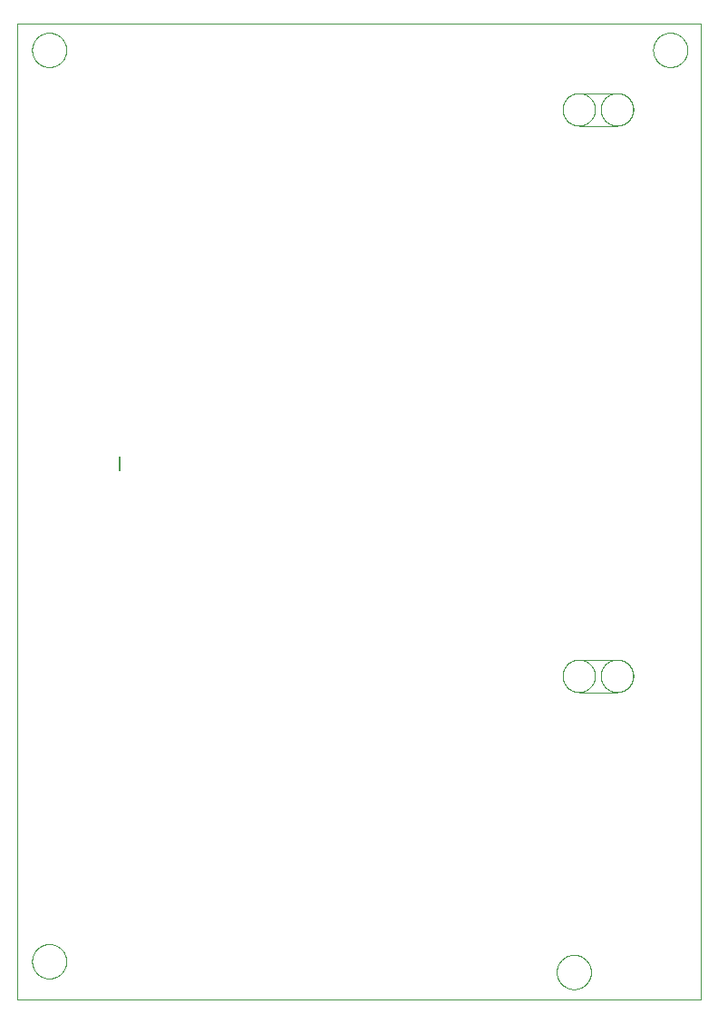
<source format=gbo>
G75*
%MOIN*%
%OFA0B0*%
%FSLAX25Y25*%
%IPPOS*%
%LPD*%
%AMOC8*
5,1,8,0,0,1.08239X$1,22.5*
%
%ADD10C,0.00000*%
%ADD11C,0.00009*%
%ADD12C,0.00800*%
D10*
X0001984Y0003677D02*
X0001984Y0361945D01*
X0253402Y0361945D01*
X0253402Y0003677D01*
X0001984Y0003677D01*
X0007496Y0017732D02*
X0007498Y0017890D01*
X0007504Y0018048D01*
X0007514Y0018206D01*
X0007528Y0018364D01*
X0007546Y0018521D01*
X0007567Y0018678D01*
X0007593Y0018834D01*
X0007623Y0018990D01*
X0007656Y0019145D01*
X0007694Y0019298D01*
X0007735Y0019451D01*
X0007780Y0019603D01*
X0007829Y0019754D01*
X0007882Y0019903D01*
X0007938Y0020051D01*
X0007998Y0020197D01*
X0008062Y0020342D01*
X0008130Y0020485D01*
X0008201Y0020627D01*
X0008275Y0020767D01*
X0008353Y0020904D01*
X0008435Y0021040D01*
X0008519Y0021174D01*
X0008608Y0021305D01*
X0008699Y0021434D01*
X0008794Y0021561D01*
X0008891Y0021686D01*
X0008992Y0021808D01*
X0009096Y0021927D01*
X0009203Y0022044D01*
X0009313Y0022158D01*
X0009426Y0022269D01*
X0009541Y0022378D01*
X0009659Y0022483D01*
X0009780Y0022585D01*
X0009903Y0022685D01*
X0010029Y0022781D01*
X0010157Y0022874D01*
X0010287Y0022964D01*
X0010420Y0023050D01*
X0010555Y0023134D01*
X0010691Y0023213D01*
X0010830Y0023290D01*
X0010971Y0023362D01*
X0011113Y0023432D01*
X0011257Y0023497D01*
X0011403Y0023559D01*
X0011550Y0023617D01*
X0011699Y0023672D01*
X0011849Y0023723D01*
X0012000Y0023770D01*
X0012152Y0023813D01*
X0012305Y0023852D01*
X0012460Y0023888D01*
X0012615Y0023919D01*
X0012771Y0023947D01*
X0012927Y0023971D01*
X0013084Y0023991D01*
X0013242Y0024007D01*
X0013399Y0024019D01*
X0013558Y0024027D01*
X0013716Y0024031D01*
X0013874Y0024031D01*
X0014032Y0024027D01*
X0014191Y0024019D01*
X0014348Y0024007D01*
X0014506Y0023991D01*
X0014663Y0023971D01*
X0014819Y0023947D01*
X0014975Y0023919D01*
X0015130Y0023888D01*
X0015285Y0023852D01*
X0015438Y0023813D01*
X0015590Y0023770D01*
X0015741Y0023723D01*
X0015891Y0023672D01*
X0016040Y0023617D01*
X0016187Y0023559D01*
X0016333Y0023497D01*
X0016477Y0023432D01*
X0016619Y0023362D01*
X0016760Y0023290D01*
X0016899Y0023213D01*
X0017035Y0023134D01*
X0017170Y0023050D01*
X0017303Y0022964D01*
X0017433Y0022874D01*
X0017561Y0022781D01*
X0017687Y0022685D01*
X0017810Y0022585D01*
X0017931Y0022483D01*
X0018049Y0022378D01*
X0018164Y0022269D01*
X0018277Y0022158D01*
X0018387Y0022044D01*
X0018494Y0021927D01*
X0018598Y0021808D01*
X0018699Y0021686D01*
X0018796Y0021561D01*
X0018891Y0021434D01*
X0018982Y0021305D01*
X0019071Y0021174D01*
X0019155Y0021040D01*
X0019237Y0020904D01*
X0019315Y0020767D01*
X0019389Y0020627D01*
X0019460Y0020485D01*
X0019528Y0020342D01*
X0019592Y0020197D01*
X0019652Y0020051D01*
X0019708Y0019903D01*
X0019761Y0019754D01*
X0019810Y0019603D01*
X0019855Y0019451D01*
X0019896Y0019298D01*
X0019934Y0019145D01*
X0019967Y0018990D01*
X0019997Y0018834D01*
X0020023Y0018678D01*
X0020044Y0018521D01*
X0020062Y0018364D01*
X0020076Y0018206D01*
X0020086Y0018048D01*
X0020092Y0017890D01*
X0020094Y0017732D01*
X0020092Y0017574D01*
X0020086Y0017416D01*
X0020076Y0017258D01*
X0020062Y0017100D01*
X0020044Y0016943D01*
X0020023Y0016786D01*
X0019997Y0016630D01*
X0019967Y0016474D01*
X0019934Y0016319D01*
X0019896Y0016166D01*
X0019855Y0016013D01*
X0019810Y0015861D01*
X0019761Y0015710D01*
X0019708Y0015561D01*
X0019652Y0015413D01*
X0019592Y0015267D01*
X0019528Y0015122D01*
X0019460Y0014979D01*
X0019389Y0014837D01*
X0019315Y0014697D01*
X0019237Y0014560D01*
X0019155Y0014424D01*
X0019071Y0014290D01*
X0018982Y0014159D01*
X0018891Y0014030D01*
X0018796Y0013903D01*
X0018699Y0013778D01*
X0018598Y0013656D01*
X0018494Y0013537D01*
X0018387Y0013420D01*
X0018277Y0013306D01*
X0018164Y0013195D01*
X0018049Y0013086D01*
X0017931Y0012981D01*
X0017810Y0012879D01*
X0017687Y0012779D01*
X0017561Y0012683D01*
X0017433Y0012590D01*
X0017303Y0012500D01*
X0017170Y0012414D01*
X0017035Y0012330D01*
X0016899Y0012251D01*
X0016760Y0012174D01*
X0016619Y0012102D01*
X0016477Y0012032D01*
X0016333Y0011967D01*
X0016187Y0011905D01*
X0016040Y0011847D01*
X0015891Y0011792D01*
X0015741Y0011741D01*
X0015590Y0011694D01*
X0015438Y0011651D01*
X0015285Y0011612D01*
X0015130Y0011576D01*
X0014975Y0011545D01*
X0014819Y0011517D01*
X0014663Y0011493D01*
X0014506Y0011473D01*
X0014348Y0011457D01*
X0014191Y0011445D01*
X0014032Y0011437D01*
X0013874Y0011433D01*
X0013716Y0011433D01*
X0013558Y0011437D01*
X0013399Y0011445D01*
X0013242Y0011457D01*
X0013084Y0011473D01*
X0012927Y0011493D01*
X0012771Y0011517D01*
X0012615Y0011545D01*
X0012460Y0011576D01*
X0012305Y0011612D01*
X0012152Y0011651D01*
X0012000Y0011694D01*
X0011849Y0011741D01*
X0011699Y0011792D01*
X0011550Y0011847D01*
X0011403Y0011905D01*
X0011257Y0011967D01*
X0011113Y0012032D01*
X0010971Y0012102D01*
X0010830Y0012174D01*
X0010691Y0012251D01*
X0010555Y0012330D01*
X0010420Y0012414D01*
X0010287Y0012500D01*
X0010157Y0012590D01*
X0010029Y0012683D01*
X0009903Y0012779D01*
X0009780Y0012879D01*
X0009659Y0012981D01*
X0009541Y0013086D01*
X0009426Y0013195D01*
X0009313Y0013306D01*
X0009203Y0013420D01*
X0009096Y0013537D01*
X0008992Y0013656D01*
X0008891Y0013778D01*
X0008794Y0013903D01*
X0008699Y0014030D01*
X0008608Y0014159D01*
X0008519Y0014290D01*
X0008435Y0014424D01*
X0008353Y0014560D01*
X0008275Y0014697D01*
X0008201Y0014837D01*
X0008130Y0014979D01*
X0008062Y0015122D01*
X0007998Y0015267D01*
X0007938Y0015413D01*
X0007882Y0015561D01*
X0007829Y0015710D01*
X0007780Y0015861D01*
X0007735Y0016013D01*
X0007694Y0016166D01*
X0007656Y0016319D01*
X0007623Y0016474D01*
X0007593Y0016630D01*
X0007567Y0016786D01*
X0007546Y0016943D01*
X0007528Y0017100D01*
X0007514Y0017258D01*
X0007504Y0017416D01*
X0007498Y0017574D01*
X0007496Y0017732D01*
X0200410Y0013795D02*
X0200412Y0013953D01*
X0200418Y0014111D01*
X0200428Y0014269D01*
X0200442Y0014427D01*
X0200460Y0014584D01*
X0200481Y0014741D01*
X0200507Y0014897D01*
X0200537Y0015053D01*
X0200570Y0015208D01*
X0200608Y0015361D01*
X0200649Y0015514D01*
X0200694Y0015666D01*
X0200743Y0015817D01*
X0200796Y0015966D01*
X0200852Y0016114D01*
X0200912Y0016260D01*
X0200976Y0016405D01*
X0201044Y0016548D01*
X0201115Y0016690D01*
X0201189Y0016830D01*
X0201267Y0016967D01*
X0201349Y0017103D01*
X0201433Y0017237D01*
X0201522Y0017368D01*
X0201613Y0017497D01*
X0201708Y0017624D01*
X0201805Y0017749D01*
X0201906Y0017871D01*
X0202010Y0017990D01*
X0202117Y0018107D01*
X0202227Y0018221D01*
X0202340Y0018332D01*
X0202455Y0018441D01*
X0202573Y0018546D01*
X0202694Y0018648D01*
X0202817Y0018748D01*
X0202943Y0018844D01*
X0203071Y0018937D01*
X0203201Y0019027D01*
X0203334Y0019113D01*
X0203469Y0019197D01*
X0203605Y0019276D01*
X0203744Y0019353D01*
X0203885Y0019425D01*
X0204027Y0019495D01*
X0204171Y0019560D01*
X0204317Y0019622D01*
X0204464Y0019680D01*
X0204613Y0019735D01*
X0204763Y0019786D01*
X0204914Y0019833D01*
X0205066Y0019876D01*
X0205219Y0019915D01*
X0205374Y0019951D01*
X0205529Y0019982D01*
X0205685Y0020010D01*
X0205841Y0020034D01*
X0205998Y0020054D01*
X0206156Y0020070D01*
X0206313Y0020082D01*
X0206472Y0020090D01*
X0206630Y0020094D01*
X0206788Y0020094D01*
X0206946Y0020090D01*
X0207105Y0020082D01*
X0207262Y0020070D01*
X0207420Y0020054D01*
X0207577Y0020034D01*
X0207733Y0020010D01*
X0207889Y0019982D01*
X0208044Y0019951D01*
X0208199Y0019915D01*
X0208352Y0019876D01*
X0208504Y0019833D01*
X0208655Y0019786D01*
X0208805Y0019735D01*
X0208954Y0019680D01*
X0209101Y0019622D01*
X0209247Y0019560D01*
X0209391Y0019495D01*
X0209533Y0019425D01*
X0209674Y0019353D01*
X0209813Y0019276D01*
X0209949Y0019197D01*
X0210084Y0019113D01*
X0210217Y0019027D01*
X0210347Y0018937D01*
X0210475Y0018844D01*
X0210601Y0018748D01*
X0210724Y0018648D01*
X0210845Y0018546D01*
X0210963Y0018441D01*
X0211078Y0018332D01*
X0211191Y0018221D01*
X0211301Y0018107D01*
X0211408Y0017990D01*
X0211512Y0017871D01*
X0211613Y0017749D01*
X0211710Y0017624D01*
X0211805Y0017497D01*
X0211896Y0017368D01*
X0211985Y0017237D01*
X0212069Y0017103D01*
X0212151Y0016967D01*
X0212229Y0016830D01*
X0212303Y0016690D01*
X0212374Y0016548D01*
X0212442Y0016405D01*
X0212506Y0016260D01*
X0212566Y0016114D01*
X0212622Y0015966D01*
X0212675Y0015817D01*
X0212724Y0015666D01*
X0212769Y0015514D01*
X0212810Y0015361D01*
X0212848Y0015208D01*
X0212881Y0015053D01*
X0212911Y0014897D01*
X0212937Y0014741D01*
X0212958Y0014584D01*
X0212976Y0014427D01*
X0212990Y0014269D01*
X0213000Y0014111D01*
X0213006Y0013953D01*
X0213008Y0013795D01*
X0213006Y0013637D01*
X0213000Y0013479D01*
X0212990Y0013321D01*
X0212976Y0013163D01*
X0212958Y0013006D01*
X0212937Y0012849D01*
X0212911Y0012693D01*
X0212881Y0012537D01*
X0212848Y0012382D01*
X0212810Y0012229D01*
X0212769Y0012076D01*
X0212724Y0011924D01*
X0212675Y0011773D01*
X0212622Y0011624D01*
X0212566Y0011476D01*
X0212506Y0011330D01*
X0212442Y0011185D01*
X0212374Y0011042D01*
X0212303Y0010900D01*
X0212229Y0010760D01*
X0212151Y0010623D01*
X0212069Y0010487D01*
X0211985Y0010353D01*
X0211896Y0010222D01*
X0211805Y0010093D01*
X0211710Y0009966D01*
X0211613Y0009841D01*
X0211512Y0009719D01*
X0211408Y0009600D01*
X0211301Y0009483D01*
X0211191Y0009369D01*
X0211078Y0009258D01*
X0210963Y0009149D01*
X0210845Y0009044D01*
X0210724Y0008942D01*
X0210601Y0008842D01*
X0210475Y0008746D01*
X0210347Y0008653D01*
X0210217Y0008563D01*
X0210084Y0008477D01*
X0209949Y0008393D01*
X0209813Y0008314D01*
X0209674Y0008237D01*
X0209533Y0008165D01*
X0209391Y0008095D01*
X0209247Y0008030D01*
X0209101Y0007968D01*
X0208954Y0007910D01*
X0208805Y0007855D01*
X0208655Y0007804D01*
X0208504Y0007757D01*
X0208352Y0007714D01*
X0208199Y0007675D01*
X0208044Y0007639D01*
X0207889Y0007608D01*
X0207733Y0007580D01*
X0207577Y0007556D01*
X0207420Y0007536D01*
X0207262Y0007520D01*
X0207105Y0007508D01*
X0206946Y0007500D01*
X0206788Y0007496D01*
X0206630Y0007496D01*
X0206472Y0007500D01*
X0206313Y0007508D01*
X0206156Y0007520D01*
X0205998Y0007536D01*
X0205841Y0007556D01*
X0205685Y0007580D01*
X0205529Y0007608D01*
X0205374Y0007639D01*
X0205219Y0007675D01*
X0205066Y0007714D01*
X0204914Y0007757D01*
X0204763Y0007804D01*
X0204613Y0007855D01*
X0204464Y0007910D01*
X0204317Y0007968D01*
X0204171Y0008030D01*
X0204027Y0008095D01*
X0203885Y0008165D01*
X0203744Y0008237D01*
X0203605Y0008314D01*
X0203469Y0008393D01*
X0203334Y0008477D01*
X0203201Y0008563D01*
X0203071Y0008653D01*
X0202943Y0008746D01*
X0202817Y0008842D01*
X0202694Y0008942D01*
X0202573Y0009044D01*
X0202455Y0009149D01*
X0202340Y0009258D01*
X0202227Y0009369D01*
X0202117Y0009483D01*
X0202010Y0009600D01*
X0201906Y0009719D01*
X0201805Y0009841D01*
X0201708Y0009966D01*
X0201613Y0010093D01*
X0201522Y0010222D01*
X0201433Y0010353D01*
X0201349Y0010487D01*
X0201267Y0010623D01*
X0201189Y0010760D01*
X0201115Y0010900D01*
X0201044Y0011042D01*
X0200976Y0011185D01*
X0200912Y0011330D01*
X0200852Y0011476D01*
X0200796Y0011624D01*
X0200743Y0011773D01*
X0200694Y0011924D01*
X0200649Y0012076D01*
X0200608Y0012229D01*
X0200570Y0012382D01*
X0200537Y0012537D01*
X0200507Y0012693D01*
X0200481Y0012849D01*
X0200460Y0013006D01*
X0200442Y0013163D01*
X0200428Y0013321D01*
X0200418Y0013479D01*
X0200412Y0013637D01*
X0200410Y0013795D01*
X0202593Y0122551D02*
X0202595Y0122705D01*
X0202601Y0122859D01*
X0202611Y0123012D01*
X0202625Y0123165D01*
X0202643Y0123318D01*
X0202664Y0123470D01*
X0202690Y0123622D01*
X0202720Y0123773D01*
X0202753Y0123923D01*
X0202791Y0124072D01*
X0202832Y0124221D01*
X0202877Y0124368D01*
X0202926Y0124514D01*
X0202979Y0124658D01*
X0203035Y0124801D01*
X0203095Y0124943D01*
X0203159Y0125083D01*
X0203226Y0125221D01*
X0203297Y0125358D01*
X0203371Y0125493D01*
X0203449Y0125625D01*
X0203530Y0125756D01*
X0203615Y0125885D01*
X0203702Y0126011D01*
X0203793Y0126135D01*
X0203888Y0126256D01*
X0203985Y0126376D01*
X0204085Y0126492D01*
X0204189Y0126606D01*
X0204295Y0126717D01*
X0204404Y0126826D01*
X0204516Y0126931D01*
X0204631Y0127034D01*
X0204748Y0127134D01*
X0204868Y0127230D01*
X0204990Y0127324D01*
X0205114Y0127414D01*
X0205241Y0127501D01*
X0205370Y0127585D01*
X0205502Y0127665D01*
X0205635Y0127742D01*
X0205770Y0127815D01*
X0205907Y0127885D01*
X0206046Y0127952D01*
X0206186Y0128014D01*
X0206328Y0128073D01*
X0206472Y0128129D01*
X0206617Y0128181D01*
X0206763Y0128228D01*
X0206910Y0128273D01*
X0207059Y0128313D01*
X0207208Y0128349D01*
X0207359Y0128382D01*
X0207510Y0128411D01*
X0207662Y0128435D01*
X0207814Y0128456D01*
X0207967Y0128473D01*
X0208120Y0128486D01*
X0208274Y0128495D01*
X0208428Y0128500D01*
X0208581Y0128501D01*
X0208735Y0128498D01*
X0208889Y0128491D01*
X0209042Y0128480D01*
X0209196Y0128465D01*
X0209348Y0128446D01*
X0209500Y0128423D01*
X0209652Y0128397D01*
X0209803Y0128366D01*
X0209953Y0128332D01*
X0210102Y0128293D01*
X0210249Y0128251D01*
X0210396Y0128205D01*
X0210542Y0128155D01*
X0210686Y0128102D01*
X0210829Y0128044D01*
X0210970Y0127983D01*
X0211110Y0127919D01*
X0211248Y0127851D01*
X0211384Y0127779D01*
X0211518Y0127704D01*
X0211650Y0127625D01*
X0211780Y0127543D01*
X0211908Y0127458D01*
X0212034Y0127369D01*
X0212157Y0127277D01*
X0212278Y0127182D01*
X0212397Y0127084D01*
X0212513Y0126983D01*
X0212626Y0126879D01*
X0212737Y0126772D01*
X0212844Y0126662D01*
X0212949Y0126549D01*
X0213051Y0126434D01*
X0213150Y0126316D01*
X0213246Y0126196D01*
X0213339Y0126073D01*
X0213428Y0125948D01*
X0213514Y0125821D01*
X0213597Y0125691D01*
X0213677Y0125559D01*
X0213753Y0125426D01*
X0213825Y0125290D01*
X0213894Y0125152D01*
X0213960Y0125013D01*
X0214022Y0124872D01*
X0214080Y0124730D01*
X0214134Y0124586D01*
X0214185Y0124441D01*
X0214232Y0124294D01*
X0214275Y0124147D01*
X0214314Y0123998D01*
X0214350Y0123848D01*
X0214381Y0123698D01*
X0214409Y0123546D01*
X0214433Y0123394D01*
X0214453Y0123242D01*
X0214469Y0123089D01*
X0214481Y0122935D01*
X0214489Y0122782D01*
X0214493Y0122628D01*
X0214493Y0122474D01*
X0214489Y0122320D01*
X0214481Y0122167D01*
X0214469Y0122013D01*
X0214453Y0121860D01*
X0214433Y0121708D01*
X0214409Y0121556D01*
X0214381Y0121404D01*
X0214350Y0121254D01*
X0214314Y0121104D01*
X0214275Y0120955D01*
X0214232Y0120808D01*
X0214185Y0120661D01*
X0214134Y0120516D01*
X0214080Y0120372D01*
X0214022Y0120230D01*
X0213960Y0120089D01*
X0213894Y0119950D01*
X0213825Y0119812D01*
X0213753Y0119676D01*
X0213677Y0119543D01*
X0213597Y0119411D01*
X0213514Y0119281D01*
X0213428Y0119154D01*
X0213339Y0119029D01*
X0213246Y0118906D01*
X0213150Y0118786D01*
X0213051Y0118668D01*
X0212949Y0118553D01*
X0212844Y0118440D01*
X0212737Y0118330D01*
X0212626Y0118223D01*
X0212513Y0118119D01*
X0212397Y0118018D01*
X0212278Y0117920D01*
X0212157Y0117825D01*
X0212034Y0117733D01*
X0211908Y0117644D01*
X0211780Y0117559D01*
X0211650Y0117477D01*
X0211518Y0117398D01*
X0211384Y0117323D01*
X0211248Y0117251D01*
X0211110Y0117183D01*
X0210970Y0117119D01*
X0210829Y0117058D01*
X0210686Y0117000D01*
X0210542Y0116947D01*
X0210396Y0116897D01*
X0210249Y0116851D01*
X0210102Y0116809D01*
X0209953Y0116770D01*
X0209803Y0116736D01*
X0209652Y0116705D01*
X0209500Y0116679D01*
X0209348Y0116656D01*
X0209196Y0116637D01*
X0209042Y0116622D01*
X0208889Y0116611D01*
X0208735Y0116604D01*
X0208581Y0116601D01*
X0208428Y0116602D01*
X0208274Y0116607D01*
X0208120Y0116616D01*
X0207967Y0116629D01*
X0207814Y0116646D01*
X0207662Y0116667D01*
X0207510Y0116691D01*
X0207359Y0116720D01*
X0207208Y0116753D01*
X0207059Y0116789D01*
X0206910Y0116829D01*
X0206763Y0116874D01*
X0206617Y0116921D01*
X0206472Y0116973D01*
X0206328Y0117029D01*
X0206186Y0117088D01*
X0206046Y0117150D01*
X0205907Y0117217D01*
X0205770Y0117287D01*
X0205635Y0117360D01*
X0205502Y0117437D01*
X0205370Y0117517D01*
X0205241Y0117601D01*
X0205114Y0117688D01*
X0204990Y0117778D01*
X0204868Y0117872D01*
X0204748Y0117968D01*
X0204631Y0118068D01*
X0204516Y0118171D01*
X0204404Y0118276D01*
X0204295Y0118385D01*
X0204189Y0118496D01*
X0204085Y0118610D01*
X0203985Y0118726D01*
X0203888Y0118846D01*
X0203793Y0118967D01*
X0203702Y0119091D01*
X0203615Y0119217D01*
X0203530Y0119346D01*
X0203449Y0119477D01*
X0203371Y0119609D01*
X0203297Y0119744D01*
X0203226Y0119881D01*
X0203159Y0120019D01*
X0203095Y0120159D01*
X0203035Y0120301D01*
X0202979Y0120444D01*
X0202926Y0120588D01*
X0202877Y0120734D01*
X0202832Y0120881D01*
X0202791Y0121030D01*
X0202753Y0121179D01*
X0202720Y0121329D01*
X0202690Y0121480D01*
X0202664Y0121632D01*
X0202643Y0121784D01*
X0202625Y0121937D01*
X0202611Y0122090D01*
X0202601Y0122243D01*
X0202595Y0122397D01*
X0202593Y0122551D01*
X0208543Y0128551D02*
X0208390Y0128549D01*
X0208237Y0128543D01*
X0208084Y0128533D01*
X0207931Y0128520D01*
X0207779Y0128502D01*
X0207627Y0128481D01*
X0207476Y0128455D01*
X0207326Y0128426D01*
X0207176Y0128393D01*
X0207027Y0128356D01*
X0206879Y0128316D01*
X0206733Y0128271D01*
X0206587Y0128223D01*
X0206443Y0128171D01*
X0206300Y0128116D01*
X0206159Y0128057D01*
X0206019Y0127994D01*
X0205881Y0127928D01*
X0205744Y0127858D01*
X0205610Y0127785D01*
X0205477Y0127708D01*
X0205346Y0127628D01*
X0205218Y0127545D01*
X0205091Y0127459D01*
X0204967Y0127369D01*
X0204845Y0127276D01*
X0204726Y0127180D01*
X0204609Y0127081D01*
X0204494Y0126979D01*
X0204382Y0126874D01*
X0204273Y0126766D01*
X0204167Y0126656D01*
X0204064Y0126543D01*
X0203963Y0126427D01*
X0203866Y0126309D01*
X0203771Y0126188D01*
X0203680Y0126065D01*
X0203592Y0125940D01*
X0203507Y0125812D01*
X0203425Y0125683D01*
X0203347Y0125551D01*
X0203272Y0125417D01*
X0203200Y0125282D01*
X0203132Y0125144D01*
X0203068Y0125005D01*
X0203007Y0124865D01*
X0202950Y0124723D01*
X0202896Y0124579D01*
X0202846Y0124434D01*
X0202800Y0124288D01*
X0202757Y0124141D01*
X0202719Y0123993D01*
X0202684Y0123843D01*
X0202653Y0123693D01*
X0202625Y0123543D01*
X0202602Y0123391D01*
X0202583Y0123239D01*
X0202567Y0123087D01*
X0202555Y0122934D01*
X0202547Y0122781D01*
X0202543Y0122628D01*
X0202543Y0122474D01*
X0202547Y0122321D01*
X0202555Y0122168D01*
X0202567Y0122015D01*
X0202583Y0121863D01*
X0202602Y0121711D01*
X0202625Y0121559D01*
X0202653Y0121409D01*
X0202684Y0121259D01*
X0202719Y0121109D01*
X0202757Y0120961D01*
X0202800Y0120814D01*
X0202846Y0120668D01*
X0202896Y0120523D01*
X0202950Y0120379D01*
X0203007Y0120237D01*
X0203068Y0120097D01*
X0203132Y0119958D01*
X0203200Y0119820D01*
X0203272Y0119685D01*
X0203347Y0119551D01*
X0203425Y0119419D01*
X0203507Y0119290D01*
X0203592Y0119162D01*
X0203680Y0119037D01*
X0203771Y0118914D01*
X0203866Y0118793D01*
X0203963Y0118675D01*
X0204064Y0118559D01*
X0204167Y0118446D01*
X0204273Y0118336D01*
X0204382Y0118228D01*
X0204494Y0118123D01*
X0204609Y0118021D01*
X0204726Y0117922D01*
X0204845Y0117826D01*
X0204967Y0117733D01*
X0205091Y0117643D01*
X0205218Y0117557D01*
X0205346Y0117474D01*
X0205477Y0117394D01*
X0205610Y0117317D01*
X0205744Y0117244D01*
X0205881Y0117174D01*
X0206019Y0117108D01*
X0206159Y0117045D01*
X0206300Y0116986D01*
X0206443Y0116931D01*
X0206587Y0116879D01*
X0206733Y0116831D01*
X0206879Y0116786D01*
X0207027Y0116746D01*
X0207176Y0116709D01*
X0207326Y0116676D01*
X0207476Y0116647D01*
X0207627Y0116621D01*
X0207779Y0116600D01*
X0207931Y0116582D01*
X0208084Y0116569D01*
X0208237Y0116559D01*
X0208390Y0116553D01*
X0208543Y0116551D01*
X0216593Y0122551D02*
X0216595Y0122705D01*
X0216601Y0122859D01*
X0216611Y0123012D01*
X0216625Y0123165D01*
X0216643Y0123318D01*
X0216664Y0123470D01*
X0216690Y0123622D01*
X0216720Y0123773D01*
X0216753Y0123923D01*
X0216791Y0124072D01*
X0216832Y0124221D01*
X0216877Y0124368D01*
X0216926Y0124514D01*
X0216979Y0124658D01*
X0217035Y0124801D01*
X0217095Y0124943D01*
X0217159Y0125083D01*
X0217226Y0125221D01*
X0217297Y0125358D01*
X0217371Y0125493D01*
X0217449Y0125625D01*
X0217530Y0125756D01*
X0217615Y0125885D01*
X0217702Y0126011D01*
X0217793Y0126135D01*
X0217888Y0126256D01*
X0217985Y0126376D01*
X0218085Y0126492D01*
X0218189Y0126606D01*
X0218295Y0126717D01*
X0218404Y0126826D01*
X0218516Y0126931D01*
X0218631Y0127034D01*
X0218748Y0127134D01*
X0218868Y0127230D01*
X0218990Y0127324D01*
X0219114Y0127414D01*
X0219241Y0127501D01*
X0219370Y0127585D01*
X0219502Y0127665D01*
X0219635Y0127742D01*
X0219770Y0127815D01*
X0219907Y0127885D01*
X0220046Y0127952D01*
X0220186Y0128014D01*
X0220328Y0128073D01*
X0220472Y0128129D01*
X0220617Y0128181D01*
X0220763Y0128228D01*
X0220910Y0128273D01*
X0221059Y0128313D01*
X0221208Y0128349D01*
X0221359Y0128382D01*
X0221510Y0128411D01*
X0221662Y0128435D01*
X0221814Y0128456D01*
X0221967Y0128473D01*
X0222120Y0128486D01*
X0222274Y0128495D01*
X0222428Y0128500D01*
X0222581Y0128501D01*
X0222735Y0128498D01*
X0222889Y0128491D01*
X0223042Y0128480D01*
X0223196Y0128465D01*
X0223348Y0128446D01*
X0223500Y0128423D01*
X0223652Y0128397D01*
X0223803Y0128366D01*
X0223953Y0128332D01*
X0224102Y0128293D01*
X0224249Y0128251D01*
X0224396Y0128205D01*
X0224542Y0128155D01*
X0224686Y0128102D01*
X0224829Y0128044D01*
X0224970Y0127983D01*
X0225110Y0127919D01*
X0225248Y0127851D01*
X0225384Y0127779D01*
X0225518Y0127704D01*
X0225650Y0127625D01*
X0225780Y0127543D01*
X0225908Y0127458D01*
X0226034Y0127369D01*
X0226157Y0127277D01*
X0226278Y0127182D01*
X0226397Y0127084D01*
X0226513Y0126983D01*
X0226626Y0126879D01*
X0226737Y0126772D01*
X0226844Y0126662D01*
X0226949Y0126549D01*
X0227051Y0126434D01*
X0227150Y0126316D01*
X0227246Y0126196D01*
X0227339Y0126073D01*
X0227428Y0125948D01*
X0227514Y0125821D01*
X0227597Y0125691D01*
X0227677Y0125559D01*
X0227753Y0125426D01*
X0227825Y0125290D01*
X0227894Y0125152D01*
X0227960Y0125013D01*
X0228022Y0124872D01*
X0228080Y0124730D01*
X0228134Y0124586D01*
X0228185Y0124441D01*
X0228232Y0124294D01*
X0228275Y0124147D01*
X0228314Y0123998D01*
X0228350Y0123848D01*
X0228381Y0123698D01*
X0228409Y0123546D01*
X0228433Y0123394D01*
X0228453Y0123242D01*
X0228469Y0123089D01*
X0228481Y0122935D01*
X0228489Y0122782D01*
X0228493Y0122628D01*
X0228493Y0122474D01*
X0228489Y0122320D01*
X0228481Y0122167D01*
X0228469Y0122013D01*
X0228453Y0121860D01*
X0228433Y0121708D01*
X0228409Y0121556D01*
X0228381Y0121404D01*
X0228350Y0121254D01*
X0228314Y0121104D01*
X0228275Y0120955D01*
X0228232Y0120808D01*
X0228185Y0120661D01*
X0228134Y0120516D01*
X0228080Y0120372D01*
X0228022Y0120230D01*
X0227960Y0120089D01*
X0227894Y0119950D01*
X0227825Y0119812D01*
X0227753Y0119676D01*
X0227677Y0119543D01*
X0227597Y0119411D01*
X0227514Y0119281D01*
X0227428Y0119154D01*
X0227339Y0119029D01*
X0227246Y0118906D01*
X0227150Y0118786D01*
X0227051Y0118668D01*
X0226949Y0118553D01*
X0226844Y0118440D01*
X0226737Y0118330D01*
X0226626Y0118223D01*
X0226513Y0118119D01*
X0226397Y0118018D01*
X0226278Y0117920D01*
X0226157Y0117825D01*
X0226034Y0117733D01*
X0225908Y0117644D01*
X0225780Y0117559D01*
X0225650Y0117477D01*
X0225518Y0117398D01*
X0225384Y0117323D01*
X0225248Y0117251D01*
X0225110Y0117183D01*
X0224970Y0117119D01*
X0224829Y0117058D01*
X0224686Y0117000D01*
X0224542Y0116947D01*
X0224396Y0116897D01*
X0224249Y0116851D01*
X0224102Y0116809D01*
X0223953Y0116770D01*
X0223803Y0116736D01*
X0223652Y0116705D01*
X0223500Y0116679D01*
X0223348Y0116656D01*
X0223196Y0116637D01*
X0223042Y0116622D01*
X0222889Y0116611D01*
X0222735Y0116604D01*
X0222581Y0116601D01*
X0222428Y0116602D01*
X0222274Y0116607D01*
X0222120Y0116616D01*
X0221967Y0116629D01*
X0221814Y0116646D01*
X0221662Y0116667D01*
X0221510Y0116691D01*
X0221359Y0116720D01*
X0221208Y0116753D01*
X0221059Y0116789D01*
X0220910Y0116829D01*
X0220763Y0116874D01*
X0220617Y0116921D01*
X0220472Y0116973D01*
X0220328Y0117029D01*
X0220186Y0117088D01*
X0220046Y0117150D01*
X0219907Y0117217D01*
X0219770Y0117287D01*
X0219635Y0117360D01*
X0219502Y0117437D01*
X0219370Y0117517D01*
X0219241Y0117601D01*
X0219114Y0117688D01*
X0218990Y0117778D01*
X0218868Y0117872D01*
X0218748Y0117968D01*
X0218631Y0118068D01*
X0218516Y0118171D01*
X0218404Y0118276D01*
X0218295Y0118385D01*
X0218189Y0118496D01*
X0218085Y0118610D01*
X0217985Y0118726D01*
X0217888Y0118846D01*
X0217793Y0118967D01*
X0217702Y0119091D01*
X0217615Y0119217D01*
X0217530Y0119346D01*
X0217449Y0119477D01*
X0217371Y0119609D01*
X0217297Y0119744D01*
X0217226Y0119881D01*
X0217159Y0120019D01*
X0217095Y0120159D01*
X0217035Y0120301D01*
X0216979Y0120444D01*
X0216926Y0120588D01*
X0216877Y0120734D01*
X0216832Y0120881D01*
X0216791Y0121030D01*
X0216753Y0121179D01*
X0216720Y0121329D01*
X0216690Y0121480D01*
X0216664Y0121632D01*
X0216643Y0121784D01*
X0216625Y0121937D01*
X0216611Y0122090D01*
X0216601Y0122243D01*
X0216595Y0122397D01*
X0216593Y0122551D01*
X0222543Y0116551D02*
X0222696Y0116553D01*
X0222849Y0116559D01*
X0223002Y0116569D01*
X0223155Y0116582D01*
X0223307Y0116600D01*
X0223459Y0116621D01*
X0223610Y0116647D01*
X0223760Y0116676D01*
X0223910Y0116709D01*
X0224059Y0116746D01*
X0224207Y0116786D01*
X0224353Y0116831D01*
X0224499Y0116879D01*
X0224643Y0116931D01*
X0224786Y0116986D01*
X0224927Y0117045D01*
X0225067Y0117108D01*
X0225205Y0117174D01*
X0225342Y0117244D01*
X0225476Y0117317D01*
X0225609Y0117394D01*
X0225740Y0117474D01*
X0225868Y0117557D01*
X0225995Y0117643D01*
X0226119Y0117733D01*
X0226241Y0117826D01*
X0226360Y0117922D01*
X0226477Y0118021D01*
X0226592Y0118123D01*
X0226704Y0118228D01*
X0226813Y0118336D01*
X0226919Y0118446D01*
X0227022Y0118559D01*
X0227123Y0118675D01*
X0227220Y0118793D01*
X0227315Y0118914D01*
X0227406Y0119037D01*
X0227494Y0119162D01*
X0227579Y0119290D01*
X0227661Y0119419D01*
X0227739Y0119551D01*
X0227814Y0119685D01*
X0227886Y0119820D01*
X0227954Y0119958D01*
X0228018Y0120097D01*
X0228079Y0120237D01*
X0228136Y0120379D01*
X0228190Y0120523D01*
X0228240Y0120668D01*
X0228286Y0120814D01*
X0228329Y0120961D01*
X0228367Y0121109D01*
X0228402Y0121259D01*
X0228433Y0121409D01*
X0228461Y0121559D01*
X0228484Y0121711D01*
X0228503Y0121863D01*
X0228519Y0122015D01*
X0228531Y0122168D01*
X0228539Y0122321D01*
X0228543Y0122474D01*
X0228543Y0122628D01*
X0228539Y0122781D01*
X0228531Y0122934D01*
X0228519Y0123087D01*
X0228503Y0123239D01*
X0228484Y0123391D01*
X0228461Y0123543D01*
X0228433Y0123693D01*
X0228402Y0123843D01*
X0228367Y0123993D01*
X0228329Y0124141D01*
X0228286Y0124288D01*
X0228240Y0124434D01*
X0228190Y0124579D01*
X0228136Y0124723D01*
X0228079Y0124865D01*
X0228018Y0125005D01*
X0227954Y0125144D01*
X0227886Y0125282D01*
X0227814Y0125417D01*
X0227739Y0125551D01*
X0227661Y0125683D01*
X0227579Y0125812D01*
X0227494Y0125940D01*
X0227406Y0126065D01*
X0227315Y0126188D01*
X0227220Y0126309D01*
X0227123Y0126427D01*
X0227022Y0126543D01*
X0226919Y0126656D01*
X0226813Y0126766D01*
X0226704Y0126874D01*
X0226592Y0126979D01*
X0226477Y0127081D01*
X0226360Y0127180D01*
X0226241Y0127276D01*
X0226119Y0127369D01*
X0225995Y0127459D01*
X0225868Y0127545D01*
X0225740Y0127628D01*
X0225609Y0127708D01*
X0225476Y0127785D01*
X0225342Y0127858D01*
X0225205Y0127928D01*
X0225067Y0127994D01*
X0224927Y0128057D01*
X0224786Y0128116D01*
X0224643Y0128171D01*
X0224499Y0128223D01*
X0224353Y0128271D01*
X0224207Y0128316D01*
X0224059Y0128356D01*
X0223910Y0128393D01*
X0223760Y0128426D01*
X0223610Y0128455D01*
X0223459Y0128481D01*
X0223307Y0128502D01*
X0223155Y0128520D01*
X0223002Y0128533D01*
X0222849Y0128543D01*
X0222696Y0128549D01*
X0222543Y0128551D01*
X0216593Y0330551D02*
X0216595Y0330705D01*
X0216601Y0330859D01*
X0216611Y0331012D01*
X0216625Y0331165D01*
X0216643Y0331318D01*
X0216664Y0331470D01*
X0216690Y0331622D01*
X0216720Y0331773D01*
X0216753Y0331923D01*
X0216791Y0332072D01*
X0216832Y0332221D01*
X0216877Y0332368D01*
X0216926Y0332514D01*
X0216979Y0332658D01*
X0217035Y0332801D01*
X0217095Y0332943D01*
X0217159Y0333083D01*
X0217226Y0333221D01*
X0217297Y0333358D01*
X0217371Y0333493D01*
X0217449Y0333625D01*
X0217530Y0333756D01*
X0217615Y0333885D01*
X0217702Y0334011D01*
X0217793Y0334135D01*
X0217888Y0334256D01*
X0217985Y0334376D01*
X0218085Y0334492D01*
X0218189Y0334606D01*
X0218295Y0334717D01*
X0218404Y0334826D01*
X0218516Y0334931D01*
X0218631Y0335034D01*
X0218748Y0335134D01*
X0218868Y0335230D01*
X0218990Y0335324D01*
X0219114Y0335414D01*
X0219241Y0335501D01*
X0219370Y0335585D01*
X0219502Y0335665D01*
X0219635Y0335742D01*
X0219770Y0335815D01*
X0219907Y0335885D01*
X0220046Y0335952D01*
X0220186Y0336014D01*
X0220328Y0336073D01*
X0220472Y0336129D01*
X0220617Y0336181D01*
X0220763Y0336228D01*
X0220910Y0336273D01*
X0221059Y0336313D01*
X0221208Y0336349D01*
X0221359Y0336382D01*
X0221510Y0336411D01*
X0221662Y0336435D01*
X0221814Y0336456D01*
X0221967Y0336473D01*
X0222120Y0336486D01*
X0222274Y0336495D01*
X0222428Y0336500D01*
X0222581Y0336501D01*
X0222735Y0336498D01*
X0222889Y0336491D01*
X0223042Y0336480D01*
X0223196Y0336465D01*
X0223348Y0336446D01*
X0223500Y0336423D01*
X0223652Y0336397D01*
X0223803Y0336366D01*
X0223953Y0336332D01*
X0224102Y0336293D01*
X0224249Y0336251D01*
X0224396Y0336205D01*
X0224542Y0336155D01*
X0224686Y0336102D01*
X0224829Y0336044D01*
X0224970Y0335983D01*
X0225110Y0335919D01*
X0225248Y0335851D01*
X0225384Y0335779D01*
X0225518Y0335704D01*
X0225650Y0335625D01*
X0225780Y0335543D01*
X0225908Y0335458D01*
X0226034Y0335369D01*
X0226157Y0335277D01*
X0226278Y0335182D01*
X0226397Y0335084D01*
X0226513Y0334983D01*
X0226626Y0334879D01*
X0226737Y0334772D01*
X0226844Y0334662D01*
X0226949Y0334549D01*
X0227051Y0334434D01*
X0227150Y0334316D01*
X0227246Y0334196D01*
X0227339Y0334073D01*
X0227428Y0333948D01*
X0227514Y0333821D01*
X0227597Y0333691D01*
X0227677Y0333559D01*
X0227753Y0333426D01*
X0227825Y0333290D01*
X0227894Y0333152D01*
X0227960Y0333013D01*
X0228022Y0332872D01*
X0228080Y0332730D01*
X0228134Y0332586D01*
X0228185Y0332441D01*
X0228232Y0332294D01*
X0228275Y0332147D01*
X0228314Y0331998D01*
X0228350Y0331848D01*
X0228381Y0331698D01*
X0228409Y0331546D01*
X0228433Y0331394D01*
X0228453Y0331242D01*
X0228469Y0331089D01*
X0228481Y0330935D01*
X0228489Y0330782D01*
X0228493Y0330628D01*
X0228493Y0330474D01*
X0228489Y0330320D01*
X0228481Y0330167D01*
X0228469Y0330013D01*
X0228453Y0329860D01*
X0228433Y0329708D01*
X0228409Y0329556D01*
X0228381Y0329404D01*
X0228350Y0329254D01*
X0228314Y0329104D01*
X0228275Y0328955D01*
X0228232Y0328808D01*
X0228185Y0328661D01*
X0228134Y0328516D01*
X0228080Y0328372D01*
X0228022Y0328230D01*
X0227960Y0328089D01*
X0227894Y0327950D01*
X0227825Y0327812D01*
X0227753Y0327676D01*
X0227677Y0327543D01*
X0227597Y0327411D01*
X0227514Y0327281D01*
X0227428Y0327154D01*
X0227339Y0327029D01*
X0227246Y0326906D01*
X0227150Y0326786D01*
X0227051Y0326668D01*
X0226949Y0326553D01*
X0226844Y0326440D01*
X0226737Y0326330D01*
X0226626Y0326223D01*
X0226513Y0326119D01*
X0226397Y0326018D01*
X0226278Y0325920D01*
X0226157Y0325825D01*
X0226034Y0325733D01*
X0225908Y0325644D01*
X0225780Y0325559D01*
X0225650Y0325477D01*
X0225518Y0325398D01*
X0225384Y0325323D01*
X0225248Y0325251D01*
X0225110Y0325183D01*
X0224970Y0325119D01*
X0224829Y0325058D01*
X0224686Y0325000D01*
X0224542Y0324947D01*
X0224396Y0324897D01*
X0224249Y0324851D01*
X0224102Y0324809D01*
X0223953Y0324770D01*
X0223803Y0324736D01*
X0223652Y0324705D01*
X0223500Y0324679D01*
X0223348Y0324656D01*
X0223196Y0324637D01*
X0223042Y0324622D01*
X0222889Y0324611D01*
X0222735Y0324604D01*
X0222581Y0324601D01*
X0222428Y0324602D01*
X0222274Y0324607D01*
X0222120Y0324616D01*
X0221967Y0324629D01*
X0221814Y0324646D01*
X0221662Y0324667D01*
X0221510Y0324691D01*
X0221359Y0324720D01*
X0221208Y0324753D01*
X0221059Y0324789D01*
X0220910Y0324829D01*
X0220763Y0324874D01*
X0220617Y0324921D01*
X0220472Y0324973D01*
X0220328Y0325029D01*
X0220186Y0325088D01*
X0220046Y0325150D01*
X0219907Y0325217D01*
X0219770Y0325287D01*
X0219635Y0325360D01*
X0219502Y0325437D01*
X0219370Y0325517D01*
X0219241Y0325601D01*
X0219114Y0325688D01*
X0218990Y0325778D01*
X0218868Y0325872D01*
X0218748Y0325968D01*
X0218631Y0326068D01*
X0218516Y0326171D01*
X0218404Y0326276D01*
X0218295Y0326385D01*
X0218189Y0326496D01*
X0218085Y0326610D01*
X0217985Y0326726D01*
X0217888Y0326846D01*
X0217793Y0326967D01*
X0217702Y0327091D01*
X0217615Y0327217D01*
X0217530Y0327346D01*
X0217449Y0327477D01*
X0217371Y0327609D01*
X0217297Y0327744D01*
X0217226Y0327881D01*
X0217159Y0328019D01*
X0217095Y0328159D01*
X0217035Y0328301D01*
X0216979Y0328444D01*
X0216926Y0328588D01*
X0216877Y0328734D01*
X0216832Y0328881D01*
X0216791Y0329030D01*
X0216753Y0329179D01*
X0216720Y0329329D01*
X0216690Y0329480D01*
X0216664Y0329632D01*
X0216643Y0329784D01*
X0216625Y0329937D01*
X0216611Y0330090D01*
X0216601Y0330243D01*
X0216595Y0330397D01*
X0216593Y0330551D01*
X0222543Y0324551D02*
X0222696Y0324553D01*
X0222849Y0324559D01*
X0223002Y0324569D01*
X0223155Y0324582D01*
X0223307Y0324600D01*
X0223459Y0324621D01*
X0223610Y0324647D01*
X0223760Y0324676D01*
X0223910Y0324709D01*
X0224059Y0324746D01*
X0224207Y0324786D01*
X0224353Y0324831D01*
X0224499Y0324879D01*
X0224643Y0324931D01*
X0224786Y0324986D01*
X0224927Y0325045D01*
X0225067Y0325108D01*
X0225205Y0325174D01*
X0225342Y0325244D01*
X0225476Y0325317D01*
X0225609Y0325394D01*
X0225740Y0325474D01*
X0225868Y0325557D01*
X0225995Y0325643D01*
X0226119Y0325733D01*
X0226241Y0325826D01*
X0226360Y0325922D01*
X0226477Y0326021D01*
X0226592Y0326123D01*
X0226704Y0326228D01*
X0226813Y0326336D01*
X0226919Y0326446D01*
X0227022Y0326559D01*
X0227123Y0326675D01*
X0227220Y0326793D01*
X0227315Y0326914D01*
X0227406Y0327037D01*
X0227494Y0327162D01*
X0227579Y0327290D01*
X0227661Y0327419D01*
X0227739Y0327551D01*
X0227814Y0327685D01*
X0227886Y0327820D01*
X0227954Y0327958D01*
X0228018Y0328097D01*
X0228079Y0328237D01*
X0228136Y0328379D01*
X0228190Y0328523D01*
X0228240Y0328668D01*
X0228286Y0328814D01*
X0228329Y0328961D01*
X0228367Y0329109D01*
X0228402Y0329259D01*
X0228433Y0329409D01*
X0228461Y0329559D01*
X0228484Y0329711D01*
X0228503Y0329863D01*
X0228519Y0330015D01*
X0228531Y0330168D01*
X0228539Y0330321D01*
X0228543Y0330474D01*
X0228543Y0330628D01*
X0228539Y0330781D01*
X0228531Y0330934D01*
X0228519Y0331087D01*
X0228503Y0331239D01*
X0228484Y0331391D01*
X0228461Y0331543D01*
X0228433Y0331693D01*
X0228402Y0331843D01*
X0228367Y0331993D01*
X0228329Y0332141D01*
X0228286Y0332288D01*
X0228240Y0332434D01*
X0228190Y0332579D01*
X0228136Y0332723D01*
X0228079Y0332865D01*
X0228018Y0333005D01*
X0227954Y0333144D01*
X0227886Y0333282D01*
X0227814Y0333417D01*
X0227739Y0333551D01*
X0227661Y0333683D01*
X0227579Y0333812D01*
X0227494Y0333940D01*
X0227406Y0334065D01*
X0227315Y0334188D01*
X0227220Y0334309D01*
X0227123Y0334427D01*
X0227022Y0334543D01*
X0226919Y0334656D01*
X0226813Y0334766D01*
X0226704Y0334874D01*
X0226592Y0334979D01*
X0226477Y0335081D01*
X0226360Y0335180D01*
X0226241Y0335276D01*
X0226119Y0335369D01*
X0225995Y0335459D01*
X0225868Y0335545D01*
X0225740Y0335628D01*
X0225609Y0335708D01*
X0225476Y0335785D01*
X0225342Y0335858D01*
X0225205Y0335928D01*
X0225067Y0335994D01*
X0224927Y0336057D01*
X0224786Y0336116D01*
X0224643Y0336171D01*
X0224499Y0336223D01*
X0224353Y0336271D01*
X0224207Y0336316D01*
X0224059Y0336356D01*
X0223910Y0336393D01*
X0223760Y0336426D01*
X0223610Y0336455D01*
X0223459Y0336481D01*
X0223307Y0336502D01*
X0223155Y0336520D01*
X0223002Y0336533D01*
X0222849Y0336543D01*
X0222696Y0336549D01*
X0222543Y0336551D01*
X0202593Y0330551D02*
X0202595Y0330705D01*
X0202601Y0330859D01*
X0202611Y0331012D01*
X0202625Y0331165D01*
X0202643Y0331318D01*
X0202664Y0331470D01*
X0202690Y0331622D01*
X0202720Y0331773D01*
X0202753Y0331923D01*
X0202791Y0332072D01*
X0202832Y0332221D01*
X0202877Y0332368D01*
X0202926Y0332514D01*
X0202979Y0332658D01*
X0203035Y0332801D01*
X0203095Y0332943D01*
X0203159Y0333083D01*
X0203226Y0333221D01*
X0203297Y0333358D01*
X0203371Y0333493D01*
X0203449Y0333625D01*
X0203530Y0333756D01*
X0203615Y0333885D01*
X0203702Y0334011D01*
X0203793Y0334135D01*
X0203888Y0334256D01*
X0203985Y0334376D01*
X0204085Y0334492D01*
X0204189Y0334606D01*
X0204295Y0334717D01*
X0204404Y0334826D01*
X0204516Y0334931D01*
X0204631Y0335034D01*
X0204748Y0335134D01*
X0204868Y0335230D01*
X0204990Y0335324D01*
X0205114Y0335414D01*
X0205241Y0335501D01*
X0205370Y0335585D01*
X0205502Y0335665D01*
X0205635Y0335742D01*
X0205770Y0335815D01*
X0205907Y0335885D01*
X0206046Y0335952D01*
X0206186Y0336014D01*
X0206328Y0336073D01*
X0206472Y0336129D01*
X0206617Y0336181D01*
X0206763Y0336228D01*
X0206910Y0336273D01*
X0207059Y0336313D01*
X0207208Y0336349D01*
X0207359Y0336382D01*
X0207510Y0336411D01*
X0207662Y0336435D01*
X0207814Y0336456D01*
X0207967Y0336473D01*
X0208120Y0336486D01*
X0208274Y0336495D01*
X0208428Y0336500D01*
X0208581Y0336501D01*
X0208735Y0336498D01*
X0208889Y0336491D01*
X0209042Y0336480D01*
X0209196Y0336465D01*
X0209348Y0336446D01*
X0209500Y0336423D01*
X0209652Y0336397D01*
X0209803Y0336366D01*
X0209953Y0336332D01*
X0210102Y0336293D01*
X0210249Y0336251D01*
X0210396Y0336205D01*
X0210542Y0336155D01*
X0210686Y0336102D01*
X0210829Y0336044D01*
X0210970Y0335983D01*
X0211110Y0335919D01*
X0211248Y0335851D01*
X0211384Y0335779D01*
X0211518Y0335704D01*
X0211650Y0335625D01*
X0211780Y0335543D01*
X0211908Y0335458D01*
X0212034Y0335369D01*
X0212157Y0335277D01*
X0212278Y0335182D01*
X0212397Y0335084D01*
X0212513Y0334983D01*
X0212626Y0334879D01*
X0212737Y0334772D01*
X0212844Y0334662D01*
X0212949Y0334549D01*
X0213051Y0334434D01*
X0213150Y0334316D01*
X0213246Y0334196D01*
X0213339Y0334073D01*
X0213428Y0333948D01*
X0213514Y0333821D01*
X0213597Y0333691D01*
X0213677Y0333559D01*
X0213753Y0333426D01*
X0213825Y0333290D01*
X0213894Y0333152D01*
X0213960Y0333013D01*
X0214022Y0332872D01*
X0214080Y0332730D01*
X0214134Y0332586D01*
X0214185Y0332441D01*
X0214232Y0332294D01*
X0214275Y0332147D01*
X0214314Y0331998D01*
X0214350Y0331848D01*
X0214381Y0331698D01*
X0214409Y0331546D01*
X0214433Y0331394D01*
X0214453Y0331242D01*
X0214469Y0331089D01*
X0214481Y0330935D01*
X0214489Y0330782D01*
X0214493Y0330628D01*
X0214493Y0330474D01*
X0214489Y0330320D01*
X0214481Y0330167D01*
X0214469Y0330013D01*
X0214453Y0329860D01*
X0214433Y0329708D01*
X0214409Y0329556D01*
X0214381Y0329404D01*
X0214350Y0329254D01*
X0214314Y0329104D01*
X0214275Y0328955D01*
X0214232Y0328808D01*
X0214185Y0328661D01*
X0214134Y0328516D01*
X0214080Y0328372D01*
X0214022Y0328230D01*
X0213960Y0328089D01*
X0213894Y0327950D01*
X0213825Y0327812D01*
X0213753Y0327676D01*
X0213677Y0327543D01*
X0213597Y0327411D01*
X0213514Y0327281D01*
X0213428Y0327154D01*
X0213339Y0327029D01*
X0213246Y0326906D01*
X0213150Y0326786D01*
X0213051Y0326668D01*
X0212949Y0326553D01*
X0212844Y0326440D01*
X0212737Y0326330D01*
X0212626Y0326223D01*
X0212513Y0326119D01*
X0212397Y0326018D01*
X0212278Y0325920D01*
X0212157Y0325825D01*
X0212034Y0325733D01*
X0211908Y0325644D01*
X0211780Y0325559D01*
X0211650Y0325477D01*
X0211518Y0325398D01*
X0211384Y0325323D01*
X0211248Y0325251D01*
X0211110Y0325183D01*
X0210970Y0325119D01*
X0210829Y0325058D01*
X0210686Y0325000D01*
X0210542Y0324947D01*
X0210396Y0324897D01*
X0210249Y0324851D01*
X0210102Y0324809D01*
X0209953Y0324770D01*
X0209803Y0324736D01*
X0209652Y0324705D01*
X0209500Y0324679D01*
X0209348Y0324656D01*
X0209196Y0324637D01*
X0209042Y0324622D01*
X0208889Y0324611D01*
X0208735Y0324604D01*
X0208581Y0324601D01*
X0208428Y0324602D01*
X0208274Y0324607D01*
X0208120Y0324616D01*
X0207967Y0324629D01*
X0207814Y0324646D01*
X0207662Y0324667D01*
X0207510Y0324691D01*
X0207359Y0324720D01*
X0207208Y0324753D01*
X0207059Y0324789D01*
X0206910Y0324829D01*
X0206763Y0324874D01*
X0206617Y0324921D01*
X0206472Y0324973D01*
X0206328Y0325029D01*
X0206186Y0325088D01*
X0206046Y0325150D01*
X0205907Y0325217D01*
X0205770Y0325287D01*
X0205635Y0325360D01*
X0205502Y0325437D01*
X0205370Y0325517D01*
X0205241Y0325601D01*
X0205114Y0325688D01*
X0204990Y0325778D01*
X0204868Y0325872D01*
X0204748Y0325968D01*
X0204631Y0326068D01*
X0204516Y0326171D01*
X0204404Y0326276D01*
X0204295Y0326385D01*
X0204189Y0326496D01*
X0204085Y0326610D01*
X0203985Y0326726D01*
X0203888Y0326846D01*
X0203793Y0326967D01*
X0203702Y0327091D01*
X0203615Y0327217D01*
X0203530Y0327346D01*
X0203449Y0327477D01*
X0203371Y0327609D01*
X0203297Y0327744D01*
X0203226Y0327881D01*
X0203159Y0328019D01*
X0203095Y0328159D01*
X0203035Y0328301D01*
X0202979Y0328444D01*
X0202926Y0328588D01*
X0202877Y0328734D01*
X0202832Y0328881D01*
X0202791Y0329030D01*
X0202753Y0329179D01*
X0202720Y0329329D01*
X0202690Y0329480D01*
X0202664Y0329632D01*
X0202643Y0329784D01*
X0202625Y0329937D01*
X0202611Y0330090D01*
X0202601Y0330243D01*
X0202595Y0330397D01*
X0202593Y0330551D01*
X0208543Y0336551D02*
X0208390Y0336549D01*
X0208237Y0336543D01*
X0208084Y0336533D01*
X0207931Y0336520D01*
X0207779Y0336502D01*
X0207627Y0336481D01*
X0207476Y0336455D01*
X0207326Y0336426D01*
X0207176Y0336393D01*
X0207027Y0336356D01*
X0206879Y0336316D01*
X0206733Y0336271D01*
X0206587Y0336223D01*
X0206443Y0336171D01*
X0206300Y0336116D01*
X0206159Y0336057D01*
X0206019Y0335994D01*
X0205881Y0335928D01*
X0205744Y0335858D01*
X0205610Y0335785D01*
X0205477Y0335708D01*
X0205346Y0335628D01*
X0205218Y0335545D01*
X0205091Y0335459D01*
X0204967Y0335369D01*
X0204845Y0335276D01*
X0204726Y0335180D01*
X0204609Y0335081D01*
X0204494Y0334979D01*
X0204382Y0334874D01*
X0204273Y0334766D01*
X0204167Y0334656D01*
X0204064Y0334543D01*
X0203963Y0334427D01*
X0203866Y0334309D01*
X0203771Y0334188D01*
X0203680Y0334065D01*
X0203592Y0333940D01*
X0203507Y0333812D01*
X0203425Y0333683D01*
X0203347Y0333551D01*
X0203272Y0333417D01*
X0203200Y0333282D01*
X0203132Y0333144D01*
X0203068Y0333005D01*
X0203007Y0332865D01*
X0202950Y0332723D01*
X0202896Y0332579D01*
X0202846Y0332434D01*
X0202800Y0332288D01*
X0202757Y0332141D01*
X0202719Y0331993D01*
X0202684Y0331843D01*
X0202653Y0331693D01*
X0202625Y0331543D01*
X0202602Y0331391D01*
X0202583Y0331239D01*
X0202567Y0331087D01*
X0202555Y0330934D01*
X0202547Y0330781D01*
X0202543Y0330628D01*
X0202543Y0330474D01*
X0202547Y0330321D01*
X0202555Y0330168D01*
X0202567Y0330015D01*
X0202583Y0329863D01*
X0202602Y0329711D01*
X0202625Y0329559D01*
X0202653Y0329409D01*
X0202684Y0329259D01*
X0202719Y0329109D01*
X0202757Y0328961D01*
X0202800Y0328814D01*
X0202846Y0328668D01*
X0202896Y0328523D01*
X0202950Y0328379D01*
X0203007Y0328237D01*
X0203068Y0328097D01*
X0203132Y0327958D01*
X0203200Y0327820D01*
X0203272Y0327685D01*
X0203347Y0327551D01*
X0203425Y0327419D01*
X0203507Y0327290D01*
X0203592Y0327162D01*
X0203680Y0327037D01*
X0203771Y0326914D01*
X0203866Y0326793D01*
X0203963Y0326675D01*
X0204064Y0326559D01*
X0204167Y0326446D01*
X0204273Y0326336D01*
X0204382Y0326228D01*
X0204494Y0326123D01*
X0204609Y0326021D01*
X0204726Y0325922D01*
X0204845Y0325826D01*
X0204967Y0325733D01*
X0205091Y0325643D01*
X0205218Y0325557D01*
X0205346Y0325474D01*
X0205477Y0325394D01*
X0205610Y0325317D01*
X0205744Y0325244D01*
X0205881Y0325174D01*
X0206019Y0325108D01*
X0206159Y0325045D01*
X0206300Y0324986D01*
X0206443Y0324931D01*
X0206587Y0324879D01*
X0206733Y0324831D01*
X0206879Y0324786D01*
X0207027Y0324746D01*
X0207176Y0324709D01*
X0207326Y0324676D01*
X0207476Y0324647D01*
X0207627Y0324621D01*
X0207779Y0324600D01*
X0207931Y0324582D01*
X0208084Y0324569D01*
X0208237Y0324559D01*
X0208390Y0324553D01*
X0208543Y0324551D01*
X0235843Y0352378D02*
X0235845Y0352536D01*
X0235851Y0352694D01*
X0235861Y0352852D01*
X0235875Y0353010D01*
X0235893Y0353167D01*
X0235914Y0353324D01*
X0235940Y0353480D01*
X0235970Y0353636D01*
X0236003Y0353791D01*
X0236041Y0353944D01*
X0236082Y0354097D01*
X0236127Y0354249D01*
X0236176Y0354400D01*
X0236229Y0354549D01*
X0236285Y0354697D01*
X0236345Y0354843D01*
X0236409Y0354988D01*
X0236477Y0355131D01*
X0236548Y0355273D01*
X0236622Y0355413D01*
X0236700Y0355550D01*
X0236782Y0355686D01*
X0236866Y0355820D01*
X0236955Y0355951D01*
X0237046Y0356080D01*
X0237141Y0356207D01*
X0237238Y0356332D01*
X0237339Y0356454D01*
X0237443Y0356573D01*
X0237550Y0356690D01*
X0237660Y0356804D01*
X0237773Y0356915D01*
X0237888Y0357024D01*
X0238006Y0357129D01*
X0238127Y0357231D01*
X0238250Y0357331D01*
X0238376Y0357427D01*
X0238504Y0357520D01*
X0238634Y0357610D01*
X0238767Y0357696D01*
X0238902Y0357780D01*
X0239038Y0357859D01*
X0239177Y0357936D01*
X0239318Y0358008D01*
X0239460Y0358078D01*
X0239604Y0358143D01*
X0239750Y0358205D01*
X0239897Y0358263D01*
X0240046Y0358318D01*
X0240196Y0358369D01*
X0240347Y0358416D01*
X0240499Y0358459D01*
X0240652Y0358498D01*
X0240807Y0358534D01*
X0240962Y0358565D01*
X0241118Y0358593D01*
X0241274Y0358617D01*
X0241431Y0358637D01*
X0241589Y0358653D01*
X0241746Y0358665D01*
X0241905Y0358673D01*
X0242063Y0358677D01*
X0242221Y0358677D01*
X0242379Y0358673D01*
X0242538Y0358665D01*
X0242695Y0358653D01*
X0242853Y0358637D01*
X0243010Y0358617D01*
X0243166Y0358593D01*
X0243322Y0358565D01*
X0243477Y0358534D01*
X0243632Y0358498D01*
X0243785Y0358459D01*
X0243937Y0358416D01*
X0244088Y0358369D01*
X0244238Y0358318D01*
X0244387Y0358263D01*
X0244534Y0358205D01*
X0244680Y0358143D01*
X0244824Y0358078D01*
X0244966Y0358008D01*
X0245107Y0357936D01*
X0245246Y0357859D01*
X0245382Y0357780D01*
X0245517Y0357696D01*
X0245650Y0357610D01*
X0245780Y0357520D01*
X0245908Y0357427D01*
X0246034Y0357331D01*
X0246157Y0357231D01*
X0246278Y0357129D01*
X0246396Y0357024D01*
X0246511Y0356915D01*
X0246624Y0356804D01*
X0246734Y0356690D01*
X0246841Y0356573D01*
X0246945Y0356454D01*
X0247046Y0356332D01*
X0247143Y0356207D01*
X0247238Y0356080D01*
X0247329Y0355951D01*
X0247418Y0355820D01*
X0247502Y0355686D01*
X0247584Y0355550D01*
X0247662Y0355413D01*
X0247736Y0355273D01*
X0247807Y0355131D01*
X0247875Y0354988D01*
X0247939Y0354843D01*
X0247999Y0354697D01*
X0248055Y0354549D01*
X0248108Y0354400D01*
X0248157Y0354249D01*
X0248202Y0354097D01*
X0248243Y0353944D01*
X0248281Y0353791D01*
X0248314Y0353636D01*
X0248344Y0353480D01*
X0248370Y0353324D01*
X0248391Y0353167D01*
X0248409Y0353010D01*
X0248423Y0352852D01*
X0248433Y0352694D01*
X0248439Y0352536D01*
X0248441Y0352378D01*
X0248439Y0352220D01*
X0248433Y0352062D01*
X0248423Y0351904D01*
X0248409Y0351746D01*
X0248391Y0351589D01*
X0248370Y0351432D01*
X0248344Y0351276D01*
X0248314Y0351120D01*
X0248281Y0350965D01*
X0248243Y0350812D01*
X0248202Y0350659D01*
X0248157Y0350507D01*
X0248108Y0350356D01*
X0248055Y0350207D01*
X0247999Y0350059D01*
X0247939Y0349913D01*
X0247875Y0349768D01*
X0247807Y0349625D01*
X0247736Y0349483D01*
X0247662Y0349343D01*
X0247584Y0349206D01*
X0247502Y0349070D01*
X0247418Y0348936D01*
X0247329Y0348805D01*
X0247238Y0348676D01*
X0247143Y0348549D01*
X0247046Y0348424D01*
X0246945Y0348302D01*
X0246841Y0348183D01*
X0246734Y0348066D01*
X0246624Y0347952D01*
X0246511Y0347841D01*
X0246396Y0347732D01*
X0246278Y0347627D01*
X0246157Y0347525D01*
X0246034Y0347425D01*
X0245908Y0347329D01*
X0245780Y0347236D01*
X0245650Y0347146D01*
X0245517Y0347060D01*
X0245382Y0346976D01*
X0245246Y0346897D01*
X0245107Y0346820D01*
X0244966Y0346748D01*
X0244824Y0346678D01*
X0244680Y0346613D01*
X0244534Y0346551D01*
X0244387Y0346493D01*
X0244238Y0346438D01*
X0244088Y0346387D01*
X0243937Y0346340D01*
X0243785Y0346297D01*
X0243632Y0346258D01*
X0243477Y0346222D01*
X0243322Y0346191D01*
X0243166Y0346163D01*
X0243010Y0346139D01*
X0242853Y0346119D01*
X0242695Y0346103D01*
X0242538Y0346091D01*
X0242379Y0346083D01*
X0242221Y0346079D01*
X0242063Y0346079D01*
X0241905Y0346083D01*
X0241746Y0346091D01*
X0241589Y0346103D01*
X0241431Y0346119D01*
X0241274Y0346139D01*
X0241118Y0346163D01*
X0240962Y0346191D01*
X0240807Y0346222D01*
X0240652Y0346258D01*
X0240499Y0346297D01*
X0240347Y0346340D01*
X0240196Y0346387D01*
X0240046Y0346438D01*
X0239897Y0346493D01*
X0239750Y0346551D01*
X0239604Y0346613D01*
X0239460Y0346678D01*
X0239318Y0346748D01*
X0239177Y0346820D01*
X0239038Y0346897D01*
X0238902Y0346976D01*
X0238767Y0347060D01*
X0238634Y0347146D01*
X0238504Y0347236D01*
X0238376Y0347329D01*
X0238250Y0347425D01*
X0238127Y0347525D01*
X0238006Y0347627D01*
X0237888Y0347732D01*
X0237773Y0347841D01*
X0237660Y0347952D01*
X0237550Y0348066D01*
X0237443Y0348183D01*
X0237339Y0348302D01*
X0237238Y0348424D01*
X0237141Y0348549D01*
X0237046Y0348676D01*
X0236955Y0348805D01*
X0236866Y0348936D01*
X0236782Y0349070D01*
X0236700Y0349206D01*
X0236622Y0349343D01*
X0236548Y0349483D01*
X0236477Y0349625D01*
X0236409Y0349768D01*
X0236345Y0349913D01*
X0236285Y0350059D01*
X0236229Y0350207D01*
X0236176Y0350356D01*
X0236127Y0350507D01*
X0236082Y0350659D01*
X0236041Y0350812D01*
X0236003Y0350965D01*
X0235970Y0351120D01*
X0235940Y0351276D01*
X0235914Y0351432D01*
X0235893Y0351589D01*
X0235875Y0351746D01*
X0235861Y0351904D01*
X0235851Y0352062D01*
X0235845Y0352220D01*
X0235843Y0352378D01*
X0007496Y0352378D02*
X0007498Y0352536D01*
X0007504Y0352694D01*
X0007514Y0352852D01*
X0007528Y0353010D01*
X0007546Y0353167D01*
X0007567Y0353324D01*
X0007593Y0353480D01*
X0007623Y0353636D01*
X0007656Y0353791D01*
X0007694Y0353944D01*
X0007735Y0354097D01*
X0007780Y0354249D01*
X0007829Y0354400D01*
X0007882Y0354549D01*
X0007938Y0354697D01*
X0007998Y0354843D01*
X0008062Y0354988D01*
X0008130Y0355131D01*
X0008201Y0355273D01*
X0008275Y0355413D01*
X0008353Y0355550D01*
X0008435Y0355686D01*
X0008519Y0355820D01*
X0008608Y0355951D01*
X0008699Y0356080D01*
X0008794Y0356207D01*
X0008891Y0356332D01*
X0008992Y0356454D01*
X0009096Y0356573D01*
X0009203Y0356690D01*
X0009313Y0356804D01*
X0009426Y0356915D01*
X0009541Y0357024D01*
X0009659Y0357129D01*
X0009780Y0357231D01*
X0009903Y0357331D01*
X0010029Y0357427D01*
X0010157Y0357520D01*
X0010287Y0357610D01*
X0010420Y0357696D01*
X0010555Y0357780D01*
X0010691Y0357859D01*
X0010830Y0357936D01*
X0010971Y0358008D01*
X0011113Y0358078D01*
X0011257Y0358143D01*
X0011403Y0358205D01*
X0011550Y0358263D01*
X0011699Y0358318D01*
X0011849Y0358369D01*
X0012000Y0358416D01*
X0012152Y0358459D01*
X0012305Y0358498D01*
X0012460Y0358534D01*
X0012615Y0358565D01*
X0012771Y0358593D01*
X0012927Y0358617D01*
X0013084Y0358637D01*
X0013242Y0358653D01*
X0013399Y0358665D01*
X0013558Y0358673D01*
X0013716Y0358677D01*
X0013874Y0358677D01*
X0014032Y0358673D01*
X0014191Y0358665D01*
X0014348Y0358653D01*
X0014506Y0358637D01*
X0014663Y0358617D01*
X0014819Y0358593D01*
X0014975Y0358565D01*
X0015130Y0358534D01*
X0015285Y0358498D01*
X0015438Y0358459D01*
X0015590Y0358416D01*
X0015741Y0358369D01*
X0015891Y0358318D01*
X0016040Y0358263D01*
X0016187Y0358205D01*
X0016333Y0358143D01*
X0016477Y0358078D01*
X0016619Y0358008D01*
X0016760Y0357936D01*
X0016899Y0357859D01*
X0017035Y0357780D01*
X0017170Y0357696D01*
X0017303Y0357610D01*
X0017433Y0357520D01*
X0017561Y0357427D01*
X0017687Y0357331D01*
X0017810Y0357231D01*
X0017931Y0357129D01*
X0018049Y0357024D01*
X0018164Y0356915D01*
X0018277Y0356804D01*
X0018387Y0356690D01*
X0018494Y0356573D01*
X0018598Y0356454D01*
X0018699Y0356332D01*
X0018796Y0356207D01*
X0018891Y0356080D01*
X0018982Y0355951D01*
X0019071Y0355820D01*
X0019155Y0355686D01*
X0019237Y0355550D01*
X0019315Y0355413D01*
X0019389Y0355273D01*
X0019460Y0355131D01*
X0019528Y0354988D01*
X0019592Y0354843D01*
X0019652Y0354697D01*
X0019708Y0354549D01*
X0019761Y0354400D01*
X0019810Y0354249D01*
X0019855Y0354097D01*
X0019896Y0353944D01*
X0019934Y0353791D01*
X0019967Y0353636D01*
X0019997Y0353480D01*
X0020023Y0353324D01*
X0020044Y0353167D01*
X0020062Y0353010D01*
X0020076Y0352852D01*
X0020086Y0352694D01*
X0020092Y0352536D01*
X0020094Y0352378D01*
X0020092Y0352220D01*
X0020086Y0352062D01*
X0020076Y0351904D01*
X0020062Y0351746D01*
X0020044Y0351589D01*
X0020023Y0351432D01*
X0019997Y0351276D01*
X0019967Y0351120D01*
X0019934Y0350965D01*
X0019896Y0350812D01*
X0019855Y0350659D01*
X0019810Y0350507D01*
X0019761Y0350356D01*
X0019708Y0350207D01*
X0019652Y0350059D01*
X0019592Y0349913D01*
X0019528Y0349768D01*
X0019460Y0349625D01*
X0019389Y0349483D01*
X0019315Y0349343D01*
X0019237Y0349206D01*
X0019155Y0349070D01*
X0019071Y0348936D01*
X0018982Y0348805D01*
X0018891Y0348676D01*
X0018796Y0348549D01*
X0018699Y0348424D01*
X0018598Y0348302D01*
X0018494Y0348183D01*
X0018387Y0348066D01*
X0018277Y0347952D01*
X0018164Y0347841D01*
X0018049Y0347732D01*
X0017931Y0347627D01*
X0017810Y0347525D01*
X0017687Y0347425D01*
X0017561Y0347329D01*
X0017433Y0347236D01*
X0017303Y0347146D01*
X0017170Y0347060D01*
X0017035Y0346976D01*
X0016899Y0346897D01*
X0016760Y0346820D01*
X0016619Y0346748D01*
X0016477Y0346678D01*
X0016333Y0346613D01*
X0016187Y0346551D01*
X0016040Y0346493D01*
X0015891Y0346438D01*
X0015741Y0346387D01*
X0015590Y0346340D01*
X0015438Y0346297D01*
X0015285Y0346258D01*
X0015130Y0346222D01*
X0014975Y0346191D01*
X0014819Y0346163D01*
X0014663Y0346139D01*
X0014506Y0346119D01*
X0014348Y0346103D01*
X0014191Y0346091D01*
X0014032Y0346083D01*
X0013874Y0346079D01*
X0013716Y0346079D01*
X0013558Y0346083D01*
X0013399Y0346091D01*
X0013242Y0346103D01*
X0013084Y0346119D01*
X0012927Y0346139D01*
X0012771Y0346163D01*
X0012615Y0346191D01*
X0012460Y0346222D01*
X0012305Y0346258D01*
X0012152Y0346297D01*
X0012000Y0346340D01*
X0011849Y0346387D01*
X0011699Y0346438D01*
X0011550Y0346493D01*
X0011403Y0346551D01*
X0011257Y0346613D01*
X0011113Y0346678D01*
X0010971Y0346748D01*
X0010830Y0346820D01*
X0010691Y0346897D01*
X0010555Y0346976D01*
X0010420Y0347060D01*
X0010287Y0347146D01*
X0010157Y0347236D01*
X0010029Y0347329D01*
X0009903Y0347425D01*
X0009780Y0347525D01*
X0009659Y0347627D01*
X0009541Y0347732D01*
X0009426Y0347841D01*
X0009313Y0347952D01*
X0009203Y0348066D01*
X0009096Y0348183D01*
X0008992Y0348302D01*
X0008891Y0348424D01*
X0008794Y0348549D01*
X0008699Y0348676D01*
X0008608Y0348805D01*
X0008519Y0348936D01*
X0008435Y0349070D01*
X0008353Y0349206D01*
X0008275Y0349343D01*
X0008201Y0349483D01*
X0008130Y0349625D01*
X0008062Y0349768D01*
X0007998Y0349913D01*
X0007938Y0350059D01*
X0007882Y0350207D01*
X0007829Y0350356D01*
X0007780Y0350507D01*
X0007735Y0350659D01*
X0007694Y0350812D01*
X0007656Y0350965D01*
X0007623Y0351120D01*
X0007593Y0351276D01*
X0007567Y0351432D01*
X0007546Y0351589D01*
X0007528Y0351746D01*
X0007514Y0351904D01*
X0007504Y0352062D01*
X0007498Y0352220D01*
X0007496Y0352378D01*
D11*
X0208543Y0336551D02*
X0222543Y0336551D01*
X0222543Y0324551D02*
X0208543Y0324551D01*
X0208543Y0128551D02*
X0222543Y0128551D01*
X0222543Y0116551D02*
X0208543Y0116551D01*
D12*
X0039831Y0197988D02*
X0039831Y0202988D01*
M02*

</source>
